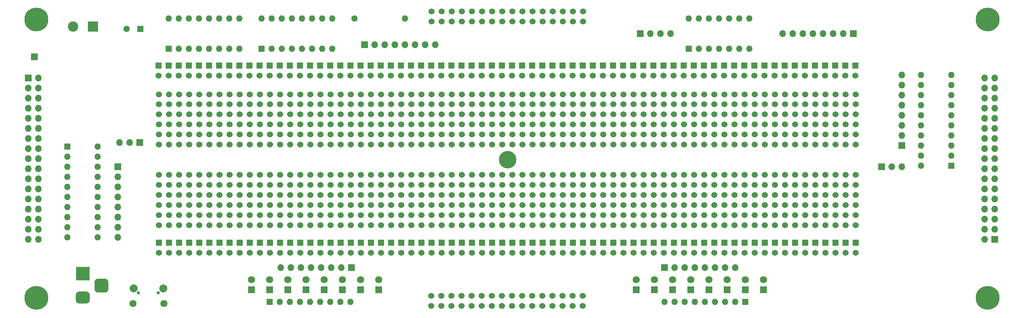
<source format=gbr>
%TF.GenerationSoftware,KiCad,Pcbnew,(5.1.10-1-10_14)*%
%TF.CreationDate,2021-08-24T01:17:35-04:00*%
%TF.ProjectId,breadboard-prototype-register,62726561-6462-46f6-9172-642d70726f74,rev?*%
%TF.SameCoordinates,Original*%
%TF.FileFunction,Soldermask,Bot*%
%TF.FilePolarity,Negative*%
%FSLAX46Y46*%
G04 Gerber Fmt 4.6, Leading zero omitted, Abs format (unit mm)*
G04 Created by KiCad (PCBNEW (5.1.10-1-10_14)) date 2021-08-24 01:17:35*
%MOMM*%
%LPD*%
G01*
G04 APERTURE LIST*
%ADD10O,1.600000X1.600000*%
%ADD11R,1.600000X1.600000*%
%ADD12O,1.700000X1.700000*%
%ADD13R,1.700000X1.700000*%
%ADD14C,1.600000*%
%ADD15C,2.000000*%
%ADD16C,1.800000*%
%ADD17C,0.800000*%
%ADD18R,1.800000X1.800000*%
%ADD19R,1.524000X1.524000*%
%ADD20C,1.524000*%
%ADD21C,4.400000*%
%ADD22C,0.700000*%
%ADD23C,6.000000*%
%ADD24R,2.600000X2.600000*%
%ADD25C,2.600000*%
%ADD26R,3.500000X3.500000*%
G04 APERTURE END LIST*
D10*
%TO.C,U5*%
X195326000Y-62992000D03*
X210566000Y-70612000D03*
X197866000Y-62992000D03*
X208026000Y-70612000D03*
X200406000Y-62992000D03*
X205486000Y-70612000D03*
X202946000Y-62992000D03*
X202946000Y-70612000D03*
X205486000Y-62992000D03*
X200406000Y-70612000D03*
X208026000Y-62992000D03*
X197866000Y-70612000D03*
X210566000Y-62992000D03*
D11*
X195326000Y-70612000D03*
%TD*%
D12*
%TO.C,J18*%
X190754000Y-66802000D03*
X188214000Y-66802000D03*
X185674000Y-66802000D03*
D13*
X183134000Y-66802000D03*
%TD*%
D12*
%TO.C,J13*%
X218948000Y-66802000D03*
X221488000Y-66802000D03*
X224028000Y-66802000D03*
X226568000Y-66802000D03*
X229108000Y-66802000D03*
X231648000Y-66802000D03*
X234188000Y-66802000D03*
D13*
X236728000Y-66802000D03*
%TD*%
%TO.C,J12*%
X30734000Y-72644000D03*
%TD*%
D10*
%TO.C,R29*%
X123952000Y-62992000D03*
D14*
X111252000Y-62992000D03*
%TD*%
D12*
%TO.C,J19*%
X131572000Y-69596000D03*
X129032000Y-69596000D03*
X126492000Y-69596000D03*
X123952000Y-69596000D03*
X121412000Y-69596000D03*
X118872000Y-69596000D03*
X116332000Y-69596000D03*
D13*
X113792000Y-69596000D03*
%TD*%
D10*
%TO.C,U4*%
X64516000Y-62992000D03*
X82296000Y-70612000D03*
X67056000Y-62992000D03*
X79756000Y-70612000D03*
X69596000Y-62992000D03*
X77216000Y-70612000D03*
X72136000Y-62992000D03*
X74676000Y-70612000D03*
X74676000Y-62992000D03*
X72136000Y-70612000D03*
X77216000Y-62992000D03*
X69596000Y-70612000D03*
X79756000Y-62992000D03*
X67056000Y-70612000D03*
X82296000Y-62992000D03*
D11*
X64516000Y-70612000D03*
%TD*%
D10*
%TO.C,U3*%
X87884000Y-62992000D03*
X105664000Y-70612000D03*
X90424000Y-62992000D03*
X103124000Y-70612000D03*
X92964000Y-62992000D03*
X100584000Y-70612000D03*
X95504000Y-62992000D03*
X98044000Y-70612000D03*
X98044000Y-62992000D03*
X95504000Y-70612000D03*
X100584000Y-62992000D03*
X92964000Y-70612000D03*
X103124000Y-62992000D03*
X90424000Y-70612000D03*
X105664000Y-62992000D03*
D11*
X87884000Y-70612000D03*
%TD*%
%TO.C,U1*%
X39072000Y-95200000D03*
D10*
X46692000Y-118060000D03*
X39072000Y-97740000D03*
X46692000Y-115520000D03*
X39072000Y-100280000D03*
X46692000Y-112980000D03*
X39072000Y-102820000D03*
X46692000Y-110440000D03*
X39072000Y-105360000D03*
X46692000Y-107900000D03*
X39072000Y-107900000D03*
X46692000Y-105360000D03*
X39072000Y-110440000D03*
X46692000Y-102820000D03*
X39072000Y-112980000D03*
X46692000Y-100280000D03*
X39072000Y-115520000D03*
X46692000Y-97740000D03*
X39072000Y-118060000D03*
X46692000Y-95200000D03*
%TD*%
D11*
%TO.C,U2*%
X261366000Y-100076000D03*
D10*
X253746000Y-77216000D03*
X261366000Y-97536000D03*
X253746000Y-79756000D03*
X261366000Y-94996000D03*
X253746000Y-82296000D03*
X261366000Y-92456000D03*
X253746000Y-84836000D03*
X261366000Y-89916000D03*
X253746000Y-87376000D03*
X261366000Y-87376000D03*
X253746000Y-89916000D03*
X261366000Y-84836000D03*
X253746000Y-92456000D03*
X261366000Y-82296000D03*
X253746000Y-94996000D03*
X261366000Y-79756000D03*
X253746000Y-97536000D03*
X261366000Y-77216000D03*
X253746000Y-100076000D03*
%TD*%
D15*
%TO.C,J4*%
X55711000Y-130992000D03*
X63161000Y-130992000D03*
D16*
X55561000Y-134792000D03*
X63311000Y-134792000D03*
D17*
X56936000Y-132042000D03*
X61936000Y-132042000D03*
%TD*%
D18*
%TO.C,D37*%
X182118000Y-131318000D03*
D16*
X182118000Y-128778000D03*
%TD*%
D18*
%TO.C,D38*%
X186690000Y-131318000D03*
D16*
X186690000Y-128778000D03*
%TD*%
D18*
%TO.C,D39*%
X191262000Y-131318000D03*
D16*
X191262000Y-128778000D03*
%TD*%
D18*
%TO.C,D40*%
X195834000Y-131318000D03*
D16*
X195834000Y-128778000D03*
%TD*%
D18*
%TO.C,D42*%
X204978000Y-131318000D03*
D16*
X204978000Y-128778000D03*
%TD*%
D18*
%TO.C,D41*%
X200406000Y-131318000D03*
D16*
X200406000Y-128778000D03*
%TD*%
D19*
%TO.C,REF\u002A\u002A*%
X219482000Y-74836000D03*
D20*
X219482000Y-77376000D03*
%TD*%
D19*
%TO.C,REF\u002A\u002A*%
X222022000Y-74836000D03*
D20*
X222022000Y-77376000D03*
%TD*%
D19*
%TO.C,REF\u002A\u002A*%
X224562000Y-74836000D03*
D20*
X224562000Y-77376000D03*
%TD*%
D19*
%TO.C,REF\u002A\u002A*%
X227102000Y-74836000D03*
D20*
X227102000Y-77376000D03*
%TD*%
D19*
%TO.C,REF\u002A\u002A*%
X229642000Y-74836000D03*
D20*
X229642000Y-77376000D03*
%TD*%
D19*
%TO.C,REF\u002A\u002A*%
X232182000Y-74836000D03*
D20*
X232182000Y-77376000D03*
%TD*%
D19*
%TO.C,REF\u002A\u002A*%
X234722000Y-74836000D03*
D20*
X234722000Y-77376000D03*
%TD*%
D19*
%TO.C,REF\u002A\u002A*%
X237262000Y-74836000D03*
D20*
X237262000Y-77376000D03*
%TD*%
D19*
%TO.C,REF\u002A\u002A*%
X62072000Y-119456000D03*
D20*
X62072000Y-121996000D03*
%TD*%
D19*
%TO.C,REF\u002A\u002A*%
X64612000Y-119456000D03*
D20*
X64612000Y-121996000D03*
%TD*%
D19*
%TO.C,REF\u002A\u002A*%
X67152000Y-119456000D03*
D20*
X67152000Y-121996000D03*
%TD*%
D19*
%TO.C,REF\u002A\u002A*%
X69692000Y-119456000D03*
D20*
X69692000Y-121996000D03*
%TD*%
D19*
%TO.C,REF\u002A\u002A*%
X72232000Y-119456000D03*
D20*
X72232000Y-121996000D03*
%TD*%
D19*
%TO.C,REF\u002A\u002A*%
X74772000Y-119456000D03*
D20*
X74772000Y-121996000D03*
%TD*%
D19*
%TO.C,REF\u002A\u002A*%
X77312000Y-119456000D03*
D20*
X77312000Y-121996000D03*
%TD*%
D19*
%TO.C,REF\u002A\u002A*%
X79852000Y-119456000D03*
D20*
X79852000Y-121996000D03*
%TD*%
D19*
%TO.C,REF\u002A\u002A*%
X82392000Y-119456000D03*
D20*
X82392000Y-121996000D03*
%TD*%
D19*
%TO.C,REF\u002A\u002A*%
X84932000Y-119456000D03*
D20*
X84932000Y-121996000D03*
%TD*%
D19*
%TO.C,REF\u002A\u002A*%
X87472000Y-119456000D03*
D20*
X87472000Y-121996000D03*
%TD*%
D19*
%TO.C,REF\u002A\u002A*%
X90012000Y-119456000D03*
D20*
X90012000Y-121996000D03*
%TD*%
D19*
%TO.C,REF\u002A\u002A*%
X92552000Y-119456000D03*
D20*
X92552000Y-121996000D03*
%TD*%
D19*
%TO.C,REF\u002A\u002A*%
X95092000Y-119456000D03*
D20*
X95092000Y-121996000D03*
%TD*%
D19*
%TO.C,REF\u002A\u002A*%
X97632000Y-119456000D03*
D20*
X97632000Y-121996000D03*
%TD*%
D19*
%TO.C,REF\u002A\u002A*%
X100172000Y-119456000D03*
D20*
X100172000Y-121996000D03*
%TD*%
D19*
%TO.C,REF\u002A\u002A*%
X102712000Y-119456000D03*
D20*
X102712000Y-121996000D03*
%TD*%
D19*
%TO.C,REF\u002A\u002A*%
X105252000Y-119456000D03*
D20*
X105252000Y-121996000D03*
%TD*%
D19*
%TO.C,REF\u002A\u002A*%
X107792000Y-119456000D03*
D20*
X107792000Y-121996000D03*
%TD*%
D19*
%TO.C,REF\u002A\u002A*%
X110332000Y-119456000D03*
D20*
X110332000Y-121996000D03*
%TD*%
D19*
%TO.C,REF\u002A\u002A*%
X112872000Y-119456000D03*
D20*
X112872000Y-121996000D03*
%TD*%
D19*
%TO.C,REF\u002A\u002A*%
X115412000Y-119456000D03*
D20*
X115412000Y-121996000D03*
%TD*%
D19*
%TO.C,REF\u002A\u002A*%
X117952000Y-119456000D03*
D20*
X117952000Y-121996000D03*
%TD*%
D19*
%TO.C,REF\u002A\u002A*%
X120492000Y-119456000D03*
D20*
X120492000Y-121996000D03*
%TD*%
D19*
%TO.C,REF\u002A\u002A*%
X123032000Y-119456000D03*
D20*
X123032000Y-121996000D03*
%TD*%
D19*
%TO.C,REF\u002A\u002A*%
X125572000Y-119456000D03*
D20*
X125572000Y-121996000D03*
%TD*%
D19*
%TO.C,REF\u002A\u002A*%
X128112000Y-119456000D03*
D20*
X128112000Y-121996000D03*
%TD*%
D19*
%TO.C,REF\u002A\u002A*%
X130652000Y-119456000D03*
D20*
X130652000Y-121996000D03*
%TD*%
D19*
%TO.C,REF\u002A\u002A*%
X133192000Y-119456000D03*
D20*
X133192000Y-121996000D03*
%TD*%
D19*
%TO.C,REF\u002A\u002A*%
X135732000Y-119456000D03*
D20*
X135732000Y-121996000D03*
%TD*%
D19*
%TO.C,REF\u002A\u002A*%
X138272000Y-119456000D03*
D20*
X138272000Y-121996000D03*
%TD*%
D19*
%TO.C,REF\u002A\u002A*%
X140812000Y-119456000D03*
D20*
X140812000Y-121996000D03*
%TD*%
D19*
%TO.C,REF\u002A\u002A*%
X143352000Y-119456000D03*
D20*
X143352000Y-121996000D03*
%TD*%
D19*
%TO.C,REF\u002A\u002A*%
X145892000Y-119456000D03*
D20*
X145892000Y-121996000D03*
%TD*%
D19*
%TO.C,REF\u002A\u002A*%
X148432000Y-119456000D03*
D20*
X148432000Y-121996000D03*
%TD*%
D19*
%TO.C,REF\u002A\u002A*%
X150972000Y-119456000D03*
D20*
X150972000Y-121996000D03*
%TD*%
D19*
%TO.C,REF\u002A\u002A*%
X153512000Y-119456000D03*
D20*
X153512000Y-121996000D03*
%TD*%
D19*
%TO.C,REF\u002A\u002A*%
X156052000Y-119456000D03*
D20*
X156052000Y-121996000D03*
%TD*%
D19*
%TO.C,REF\u002A\u002A*%
X158592000Y-119456000D03*
D20*
X158592000Y-121996000D03*
%TD*%
D19*
%TO.C,REF\u002A\u002A*%
X161132000Y-119456000D03*
D20*
X161132000Y-121996000D03*
%TD*%
D19*
%TO.C,REF\u002A\u002A*%
X163672000Y-119456000D03*
D20*
X163672000Y-121996000D03*
%TD*%
D19*
%TO.C,REF\u002A\u002A*%
X166212000Y-119456000D03*
D20*
X166212000Y-121996000D03*
%TD*%
D19*
%TO.C,REF\u002A\u002A*%
X168752000Y-119456000D03*
D20*
X168752000Y-121996000D03*
%TD*%
D19*
%TO.C,REF\u002A\u002A*%
X171292000Y-119456000D03*
D20*
X171292000Y-121996000D03*
%TD*%
D19*
%TO.C,REF\u002A\u002A*%
X173832000Y-119456000D03*
D20*
X173832000Y-121996000D03*
%TD*%
D19*
%TO.C,REF\u002A\u002A*%
X176372000Y-119456000D03*
D20*
X176372000Y-121996000D03*
%TD*%
D19*
%TO.C,REF\u002A\u002A*%
X178912000Y-119456000D03*
D20*
X178912000Y-121996000D03*
%TD*%
D19*
%TO.C,REF\u002A\u002A*%
X181452000Y-119456000D03*
D20*
X181452000Y-121996000D03*
%TD*%
D19*
%TO.C,REF\u002A\u002A*%
X183992000Y-119456000D03*
D20*
X183992000Y-121996000D03*
%TD*%
D19*
%TO.C,REF\u002A\u002A*%
X186532000Y-119456000D03*
D20*
X186532000Y-121996000D03*
%TD*%
D19*
%TO.C,REF\u002A\u002A*%
X189072000Y-119456000D03*
D20*
X189072000Y-121996000D03*
%TD*%
D19*
%TO.C,REF\u002A\u002A*%
X191612000Y-119456000D03*
D20*
X191612000Y-121996000D03*
%TD*%
D19*
%TO.C,REF\u002A\u002A*%
X194152000Y-119456000D03*
D20*
X194152000Y-121996000D03*
%TD*%
D19*
%TO.C,REF\u002A\u002A*%
X196692000Y-119456000D03*
D20*
X196692000Y-121996000D03*
%TD*%
D19*
%TO.C,REF\u002A\u002A*%
X199232000Y-119456000D03*
D20*
X199232000Y-121996000D03*
%TD*%
D19*
%TO.C,REF\u002A\u002A*%
X201772000Y-119456000D03*
D20*
X201772000Y-121996000D03*
%TD*%
D19*
%TO.C,REF\u002A\u002A*%
X204312000Y-119456000D03*
D20*
X204312000Y-121996000D03*
%TD*%
D19*
%TO.C,REF\u002A\u002A*%
X206852000Y-119456000D03*
D20*
X206852000Y-121996000D03*
%TD*%
D19*
%TO.C,REF\u002A\u002A*%
X209392000Y-119456000D03*
D20*
X209392000Y-121996000D03*
%TD*%
D19*
%TO.C,REF\u002A\u002A*%
X211932000Y-119456000D03*
D20*
X211932000Y-121996000D03*
%TD*%
D19*
%TO.C,REF\u002A\u002A*%
X214472000Y-119456000D03*
D20*
X214472000Y-121996000D03*
%TD*%
D19*
%TO.C,REF\u002A\u002A*%
X217012000Y-119456000D03*
D20*
X217012000Y-121996000D03*
%TD*%
D19*
%TO.C,REF\u002A\u002A*%
X219552000Y-119456000D03*
D20*
X219552000Y-121996000D03*
%TD*%
D19*
%TO.C,REF\u002A\u002A*%
X222092000Y-119456000D03*
D20*
X222092000Y-121996000D03*
%TD*%
D19*
%TO.C,REF\u002A\u002A*%
X224632000Y-119456000D03*
D20*
X224632000Y-121996000D03*
%TD*%
D19*
%TO.C,REF\u002A\u002A*%
X227172000Y-119456000D03*
D20*
X227172000Y-121996000D03*
%TD*%
D19*
%TO.C,REF\u002A\u002A*%
X229712000Y-119456000D03*
D20*
X229712000Y-121996000D03*
%TD*%
D19*
%TO.C,REF\u002A\u002A*%
X232252000Y-119456000D03*
D20*
X232252000Y-121996000D03*
%TD*%
D19*
%TO.C,REF\u002A\u002A*%
X234792000Y-119456000D03*
D20*
X234792000Y-121996000D03*
%TD*%
D19*
%TO.C,REF\u002A\u002A*%
X237332000Y-119456000D03*
D20*
X237332000Y-121996000D03*
%TD*%
D21*
%TO.C,REF\u002A\u002A*%
X149762000Y-98536000D03*
D22*
X151412000Y-98536000D03*
X150928726Y-99702726D03*
X149762000Y-100186000D03*
X148595274Y-99702726D03*
X148112000Y-98536000D03*
X148595274Y-97369274D03*
X149762000Y-96886000D03*
X150928726Y-97369274D03*
%TD*%
D20*
%TO.C,J14*%
X237322000Y-115026000D03*
X234782000Y-115026000D03*
X232242000Y-115026000D03*
X229702000Y-115026000D03*
X227162000Y-115026000D03*
X224622000Y-115026000D03*
X222082000Y-115026000D03*
X219542000Y-115026000D03*
X217002000Y-115026000D03*
X214462000Y-115026000D03*
X211922000Y-115026000D03*
X209382000Y-115026000D03*
X206842000Y-115026000D03*
X204302000Y-115026000D03*
X201762000Y-115026000D03*
X199222000Y-115026000D03*
X196682000Y-115026000D03*
X194142000Y-115026000D03*
X191602000Y-115026000D03*
X189062000Y-115026000D03*
X186522000Y-115026000D03*
X183982000Y-115026000D03*
X181442000Y-115026000D03*
X178902000Y-115026000D03*
X176362000Y-115026000D03*
X173822000Y-115026000D03*
X171282000Y-115026000D03*
X168742000Y-115026000D03*
X166202000Y-115026000D03*
X163662000Y-115026000D03*
X161122000Y-115026000D03*
X158582000Y-115026000D03*
X156042000Y-115026000D03*
X153502000Y-115026000D03*
X150962000Y-115026000D03*
X148422000Y-115026000D03*
X145882000Y-115026000D03*
X143342000Y-115026000D03*
X140802000Y-115026000D03*
X138262000Y-115026000D03*
X135722000Y-115026000D03*
X133182000Y-115026000D03*
X130642000Y-115026000D03*
X128102000Y-115026000D03*
X125562000Y-115026000D03*
X123022000Y-115026000D03*
X120482000Y-115026000D03*
X117942000Y-115026000D03*
X115402000Y-115026000D03*
X112862000Y-115026000D03*
X110322000Y-115026000D03*
X107782000Y-115026000D03*
X105242000Y-115026000D03*
X102702000Y-115026000D03*
X100162000Y-115026000D03*
X97622000Y-115026000D03*
X95082000Y-115026000D03*
X92542000Y-115026000D03*
X90002000Y-115026000D03*
X87462000Y-115026000D03*
X84922000Y-115026000D03*
X82382000Y-115026000D03*
X79842000Y-115026000D03*
X77302000Y-115026000D03*
X74762000Y-115026000D03*
X72222000Y-115026000D03*
X69682000Y-115026000D03*
X67142000Y-115026000D03*
X64602000Y-115026000D03*
X62062000Y-115026000D03*
X234782000Y-112496000D03*
X217002000Y-112496000D03*
X214462000Y-112496000D03*
X211922000Y-112496000D03*
X97622000Y-112496000D03*
X95082000Y-112496000D03*
X92542000Y-112496000D03*
X90002000Y-112496000D03*
X87462000Y-112496000D03*
X84922000Y-112496000D03*
X82382000Y-112496000D03*
X79842000Y-112496000D03*
X77302000Y-112496000D03*
X74762000Y-112496000D03*
X72222000Y-112496000D03*
X69682000Y-112496000D03*
X67142000Y-112496000D03*
X64602000Y-112496000D03*
X229702000Y-112496000D03*
X209382000Y-112496000D03*
X206842000Y-112496000D03*
X204302000Y-112496000D03*
X201762000Y-112496000D03*
X237322000Y-112496000D03*
X232242000Y-112496000D03*
X145882000Y-112496000D03*
X143342000Y-112496000D03*
X140802000Y-112496000D03*
X138262000Y-112496000D03*
X135722000Y-112496000D03*
X133182000Y-112496000D03*
X130642000Y-112496000D03*
X128102000Y-112496000D03*
X125562000Y-112496000D03*
X123022000Y-112496000D03*
X120482000Y-112496000D03*
X117942000Y-112496000D03*
X115402000Y-112496000D03*
X161122000Y-112496000D03*
X158582000Y-112496000D03*
X156042000Y-112496000D03*
X153502000Y-112496000D03*
X150962000Y-112496000D03*
X148422000Y-112496000D03*
X199222000Y-112496000D03*
X196682000Y-112496000D03*
X194142000Y-112496000D03*
X191602000Y-112496000D03*
X189062000Y-112496000D03*
X186522000Y-112496000D03*
X183982000Y-112496000D03*
X181442000Y-112496000D03*
X178902000Y-112496000D03*
X176362000Y-112496000D03*
X173822000Y-112496000D03*
X171282000Y-112496000D03*
X168742000Y-112496000D03*
X166202000Y-112496000D03*
X163662000Y-112496000D03*
X112862000Y-112496000D03*
X110322000Y-112496000D03*
X107782000Y-112496000D03*
X105242000Y-112496000D03*
X102702000Y-112496000D03*
X100162000Y-112496000D03*
X62062000Y-112496000D03*
X224622000Y-112496000D03*
X227162000Y-112496000D03*
X219542000Y-112496000D03*
X222082000Y-112496000D03*
X148422000Y-109956000D03*
X145882000Y-109956000D03*
X143342000Y-109956000D03*
X173822000Y-109956000D03*
X171282000Y-109956000D03*
X140802000Y-109956000D03*
X138262000Y-109956000D03*
X135722000Y-109956000D03*
X133182000Y-109956000D03*
X130642000Y-109956000D03*
X128102000Y-109956000D03*
X125562000Y-109956000D03*
X123022000Y-109956000D03*
X214462000Y-109956000D03*
X211922000Y-109956000D03*
X209382000Y-109956000D03*
X206842000Y-109956000D03*
X204302000Y-109956000D03*
X201762000Y-109956000D03*
X199222000Y-109956000D03*
X196682000Y-109956000D03*
X237322000Y-109956000D03*
X120482000Y-109956000D03*
X117942000Y-109956000D03*
X115402000Y-109956000D03*
X112862000Y-109956000D03*
X110322000Y-109956000D03*
X107782000Y-109956000D03*
X105242000Y-109956000D03*
X102702000Y-109956000D03*
X100162000Y-109956000D03*
X97622000Y-109956000D03*
X95082000Y-109956000D03*
X92542000Y-109956000D03*
X90002000Y-109956000D03*
X87462000Y-109956000D03*
X84922000Y-109956000D03*
X194142000Y-109956000D03*
X191602000Y-109956000D03*
X189062000Y-109956000D03*
X186522000Y-109956000D03*
X183982000Y-109956000D03*
X181442000Y-109956000D03*
X178902000Y-109956000D03*
X176362000Y-109956000D03*
X168742000Y-109956000D03*
X166202000Y-109956000D03*
X163662000Y-109956000D03*
X161122000Y-109956000D03*
X158582000Y-109956000D03*
X156042000Y-109956000D03*
X153502000Y-109956000D03*
X150962000Y-109956000D03*
X234782000Y-109956000D03*
X232242000Y-109956000D03*
X229702000Y-109956000D03*
X227162000Y-109956000D03*
X224622000Y-109956000D03*
X222082000Y-109956000D03*
X219542000Y-109956000D03*
X217002000Y-109956000D03*
X82382000Y-109956000D03*
X79842000Y-109956000D03*
X77302000Y-109956000D03*
X74762000Y-109956000D03*
X72222000Y-109956000D03*
X69682000Y-109956000D03*
X67142000Y-109956000D03*
X64602000Y-109956000D03*
X62062000Y-109956000D03*
X234782000Y-107426000D03*
X217002000Y-107426000D03*
X214462000Y-107426000D03*
X211922000Y-107426000D03*
X97622000Y-107426000D03*
X95082000Y-107426000D03*
X92542000Y-107426000D03*
X90002000Y-107426000D03*
X87462000Y-107426000D03*
X84922000Y-107426000D03*
X158582000Y-107426000D03*
X156042000Y-107426000D03*
X153502000Y-107426000D03*
X69682000Y-107426000D03*
X67142000Y-107426000D03*
X64602000Y-107426000D03*
X229702000Y-107426000D03*
X209382000Y-107426000D03*
X206842000Y-107426000D03*
X204302000Y-107426000D03*
X201762000Y-107426000D03*
X237322000Y-107426000D03*
X232242000Y-107426000D03*
X145882000Y-107426000D03*
X143342000Y-107426000D03*
X140802000Y-107426000D03*
X138262000Y-107426000D03*
X135722000Y-107426000D03*
X133182000Y-107426000D03*
X130642000Y-107426000D03*
X128102000Y-107426000D03*
X125562000Y-107426000D03*
X123022000Y-107426000D03*
X120482000Y-107426000D03*
X117942000Y-107426000D03*
X115402000Y-107426000D03*
X161122000Y-107426000D03*
X82382000Y-107426000D03*
X79842000Y-107426000D03*
X77302000Y-107426000D03*
X102702000Y-107426000D03*
X100162000Y-107426000D03*
X62062000Y-107426000D03*
X224622000Y-107426000D03*
X227162000Y-107426000D03*
X219542000Y-107426000D03*
X222082000Y-107426000D03*
X150962000Y-107426000D03*
X148422000Y-107426000D03*
X199222000Y-107426000D03*
X196682000Y-107426000D03*
X194142000Y-107426000D03*
X191602000Y-107426000D03*
X189062000Y-107426000D03*
X186522000Y-107426000D03*
X183982000Y-107426000D03*
X181442000Y-107426000D03*
X178902000Y-107426000D03*
X176362000Y-107426000D03*
X173822000Y-107426000D03*
X171282000Y-107426000D03*
X168742000Y-107426000D03*
X166202000Y-107426000D03*
X163662000Y-107426000D03*
X112862000Y-107426000D03*
X110322000Y-107426000D03*
X107782000Y-107426000D03*
X105242000Y-107426000D03*
X74762000Y-107426000D03*
X72222000Y-107426000D03*
X135722000Y-104886000D03*
X171282000Y-104886000D03*
X140802000Y-104886000D03*
X153502000Y-102356000D03*
X69682000Y-102356000D03*
X67142000Y-102356000D03*
X64602000Y-102356000D03*
X229702000Y-102356000D03*
X209382000Y-102356000D03*
X206842000Y-102356000D03*
X204302000Y-102356000D03*
X201762000Y-102356000D03*
X237322000Y-102356000D03*
X232242000Y-102356000D03*
X145882000Y-102356000D03*
X143342000Y-102356000D03*
X140802000Y-102356000D03*
X138262000Y-102356000D03*
X135722000Y-102356000D03*
X133182000Y-102356000D03*
X130642000Y-102356000D03*
X128102000Y-102356000D03*
X125562000Y-102356000D03*
X123022000Y-102356000D03*
X120482000Y-102356000D03*
X117942000Y-102356000D03*
X115402000Y-102356000D03*
X161122000Y-102356000D03*
X82382000Y-102356000D03*
X79842000Y-102356000D03*
X77302000Y-102356000D03*
X102702000Y-102356000D03*
X100162000Y-102356000D03*
X62062000Y-102356000D03*
X224622000Y-102356000D03*
X227162000Y-102356000D03*
X219542000Y-102356000D03*
X222082000Y-102356000D03*
X150962000Y-102356000D03*
X148422000Y-102356000D03*
X199222000Y-102356000D03*
X196682000Y-102356000D03*
X194142000Y-102356000D03*
X191602000Y-102356000D03*
X189062000Y-102356000D03*
X186522000Y-102356000D03*
X183982000Y-102356000D03*
X181442000Y-102356000D03*
X178902000Y-102356000D03*
X176362000Y-102356000D03*
X173822000Y-102356000D03*
X171282000Y-102356000D03*
X168742000Y-102356000D03*
X166202000Y-102356000D03*
X163662000Y-102356000D03*
X112862000Y-102356000D03*
X110322000Y-102356000D03*
X107782000Y-102356000D03*
X105242000Y-102356000D03*
X74762000Y-102356000D03*
X72222000Y-102356000D03*
X143342000Y-104886000D03*
X148422000Y-104886000D03*
X74762000Y-104886000D03*
X72222000Y-104886000D03*
X69682000Y-104886000D03*
X211922000Y-102356000D03*
X97622000Y-102356000D03*
X95082000Y-102356000D03*
X92542000Y-102356000D03*
X90002000Y-102356000D03*
X87462000Y-102356000D03*
X84922000Y-102356000D03*
X67142000Y-104886000D03*
X64602000Y-104886000D03*
X62062000Y-104886000D03*
X234782000Y-102356000D03*
X217002000Y-102356000D03*
X214462000Y-102356000D03*
X110322000Y-104886000D03*
X107782000Y-104886000D03*
X105242000Y-104886000D03*
X102702000Y-104886000D03*
X100162000Y-104886000D03*
X158582000Y-104886000D03*
X156042000Y-104886000D03*
X97622000Y-104886000D03*
X95082000Y-104886000D03*
X92542000Y-104886000D03*
X90002000Y-104886000D03*
X87462000Y-104886000D03*
X84922000Y-104886000D03*
X194142000Y-104886000D03*
X128102000Y-104886000D03*
X125562000Y-104886000D03*
X123022000Y-104886000D03*
X214462000Y-104886000D03*
X211922000Y-104886000D03*
X209382000Y-104886000D03*
X206842000Y-104886000D03*
X204302000Y-104886000D03*
X227162000Y-104886000D03*
X224622000Y-104886000D03*
X222082000Y-104886000D03*
X166202000Y-104886000D03*
X163662000Y-104886000D03*
X161122000Y-104886000D03*
X153502000Y-104886000D03*
X150962000Y-104886000D03*
X234782000Y-104886000D03*
X232242000Y-104886000D03*
X229702000Y-104886000D03*
X201762000Y-104886000D03*
X199222000Y-104886000D03*
X196682000Y-104886000D03*
X237322000Y-104886000D03*
X120482000Y-104886000D03*
X117942000Y-104886000D03*
X115402000Y-104886000D03*
X112862000Y-104886000D03*
X191602000Y-104886000D03*
X189062000Y-104886000D03*
X186522000Y-104886000D03*
X183982000Y-104886000D03*
X181442000Y-104886000D03*
X178902000Y-104886000D03*
X176362000Y-104886000D03*
X168742000Y-104886000D03*
X219542000Y-104886000D03*
X217002000Y-104886000D03*
X82382000Y-104886000D03*
X79842000Y-104886000D03*
X77302000Y-104886000D03*
X158582000Y-102356000D03*
X156042000Y-102356000D03*
X133182000Y-104886000D03*
X130642000Y-104886000D03*
X138262000Y-104886000D03*
X173822000Y-104886000D03*
X145882000Y-104886000D03*
%TD*%
D11*
%TO.C,C1*%
X57452000Y-65596000D03*
D14*
X53952000Y-65596000D03*
%TD*%
D20*
%TO.C,J10*%
X130612000Y-61186000D03*
X133152000Y-61186000D03*
X135692000Y-61186000D03*
X138232000Y-61186000D03*
X140772000Y-61186000D03*
X143312000Y-61186000D03*
X145852000Y-61186000D03*
X148392000Y-61186000D03*
X150932000Y-61186000D03*
X153472000Y-61186000D03*
X156012000Y-61186000D03*
X158552000Y-61186000D03*
X161092000Y-61186000D03*
X163632000Y-61186000D03*
X166172000Y-61186000D03*
X168712000Y-61186000D03*
X130612000Y-63726000D03*
X133152000Y-63726000D03*
X135692000Y-63726000D03*
X138232000Y-63726000D03*
X140772000Y-63726000D03*
X143312000Y-63726000D03*
X145852000Y-63726000D03*
X148392000Y-63726000D03*
X150932000Y-63726000D03*
X153472000Y-63726000D03*
X156012000Y-63726000D03*
X158552000Y-63726000D03*
X161092000Y-63726000D03*
X163632000Y-63726000D03*
X166172000Y-63726000D03*
X168712000Y-63726000D03*
%TD*%
%TO.C,J9*%
X130582000Y-132862000D03*
X133122000Y-132862000D03*
X135662000Y-132862000D03*
X138202000Y-132862000D03*
X140742000Y-132862000D03*
X143282000Y-132862000D03*
X145822000Y-132862000D03*
X148362000Y-132862000D03*
X150902000Y-132862000D03*
X153442000Y-132862000D03*
X155982000Y-132862000D03*
X158522000Y-132862000D03*
X161062000Y-132862000D03*
X163602000Y-132862000D03*
X166142000Y-132862000D03*
X168682000Y-132862000D03*
X130582000Y-135402000D03*
X133122000Y-135402000D03*
X135662000Y-135402000D03*
X138202000Y-135402000D03*
X140742000Y-135402000D03*
X143282000Y-135402000D03*
X145822000Y-135402000D03*
X148362000Y-135402000D03*
X150902000Y-135402000D03*
X153442000Y-135402000D03*
X155982000Y-135402000D03*
X158522000Y-135402000D03*
X161062000Y-135402000D03*
X163602000Y-135402000D03*
X166142000Y-135402000D03*
X168682000Y-135402000D03*
%TD*%
D19*
%TO.C,REF\u002A\u002A*%
X95022000Y-74836000D03*
D20*
X95022000Y-77376000D03*
%TD*%
D19*
%TO.C,REF\u002A\u002A*%
X97562000Y-74836000D03*
D20*
X97562000Y-77376000D03*
%TD*%
D19*
%TO.C,REF\u002A\u002A*%
X100102000Y-74836000D03*
D20*
X100102000Y-77376000D03*
%TD*%
D19*
%TO.C,REF\u002A\u002A*%
X102642000Y-74836000D03*
D20*
X102642000Y-77376000D03*
%TD*%
D19*
%TO.C,REF\u002A\u002A*%
X178842000Y-74836000D03*
D20*
X178842000Y-77376000D03*
%TD*%
D19*
%TO.C,REF\u002A\u002A*%
X181382000Y-74836000D03*
D20*
X181382000Y-77376000D03*
%TD*%
D19*
%TO.C,REF\u002A\u002A*%
X183922000Y-74836000D03*
D20*
X183922000Y-77376000D03*
%TD*%
D19*
%TO.C,REF\u002A\u002A*%
X186462000Y-74836000D03*
D20*
X186462000Y-77376000D03*
%TD*%
D19*
%TO.C,REF\u002A\u002A*%
X189002000Y-74836000D03*
D20*
X189002000Y-77376000D03*
%TD*%
D19*
%TO.C,REF\u002A\u002A*%
X155982000Y-74836000D03*
D20*
X155982000Y-77376000D03*
%TD*%
D19*
%TO.C,REF\u002A\u002A*%
X158522000Y-74836000D03*
D20*
X158522000Y-77376000D03*
%TD*%
D19*
%TO.C,REF\u002A\u002A*%
X161062000Y-74836000D03*
D20*
X161062000Y-77376000D03*
%TD*%
D19*
%TO.C,REF\u002A\u002A*%
X105182000Y-74836000D03*
D20*
X105182000Y-77376000D03*
%TD*%
D19*
%TO.C,REF\u002A\u002A*%
X107722000Y-74836000D03*
D20*
X107722000Y-77376000D03*
%TD*%
D19*
%TO.C,REF\u002A\u002A*%
X110262000Y-74836000D03*
D20*
X110262000Y-77376000D03*
%TD*%
D19*
%TO.C,REF\u002A\u002A*%
X112802000Y-74836000D03*
D20*
X112802000Y-77376000D03*
%TD*%
D19*
%TO.C,REF\u002A\u002A*%
X115342000Y-74836000D03*
D20*
X115342000Y-77376000D03*
%TD*%
D19*
%TO.C,REF\u002A\u002A*%
X117882000Y-74836000D03*
D20*
X117882000Y-77376000D03*
%TD*%
D19*
%TO.C,REF\u002A\u002A*%
X120422000Y-74836000D03*
D20*
X120422000Y-77376000D03*
%TD*%
D19*
%TO.C,REF\u002A\u002A*%
X122962000Y-74836000D03*
D20*
X122962000Y-77376000D03*
%TD*%
D19*
%TO.C,REF\u002A\u002A*%
X125502000Y-74836000D03*
D20*
X125502000Y-77376000D03*
%TD*%
D19*
%TO.C,REF\u002A\u002A*%
X128042000Y-74836000D03*
D20*
X128042000Y-77376000D03*
%TD*%
D19*
%TO.C,REF\u002A\u002A*%
X130582000Y-74836000D03*
D20*
X130582000Y-77376000D03*
%TD*%
D19*
%TO.C,REF\u002A\u002A*%
X133122000Y-74836000D03*
D20*
X133122000Y-77376000D03*
%TD*%
D19*
%TO.C,REF\u002A\u002A*%
X135662000Y-74836000D03*
D20*
X135662000Y-77376000D03*
%TD*%
D19*
%TO.C,REF\u002A\u002A*%
X138202000Y-74836000D03*
D20*
X138202000Y-77376000D03*
%TD*%
D19*
%TO.C,REF\u002A\u002A*%
X140742000Y-74836000D03*
D20*
X140742000Y-77376000D03*
%TD*%
D19*
%TO.C,REF\u002A\u002A*%
X143282000Y-74836000D03*
D20*
X143282000Y-77376000D03*
%TD*%
D19*
%TO.C,REF\u002A\u002A*%
X145822000Y-74836000D03*
D20*
X145822000Y-77376000D03*
%TD*%
D19*
%TO.C,REF\u002A\u002A*%
X148362000Y-74836000D03*
D20*
X148362000Y-77376000D03*
%TD*%
D19*
%TO.C,REF\u002A\u002A*%
X150902000Y-74836000D03*
D20*
X150902000Y-77376000D03*
%TD*%
D19*
%TO.C,REF\u002A\u002A*%
X163602000Y-74836000D03*
D20*
X163602000Y-77376000D03*
%TD*%
D19*
%TO.C,REF\u002A\u002A*%
X166142000Y-74836000D03*
D20*
X166142000Y-77376000D03*
%TD*%
D19*
%TO.C,REF\u002A\u002A*%
X168682000Y-74836000D03*
D20*
X168682000Y-77376000D03*
%TD*%
D19*
%TO.C,REF\u002A\u002A*%
X171222000Y-74836000D03*
D20*
X171222000Y-77376000D03*
%TD*%
D19*
%TO.C,REF\u002A\u002A*%
X173762000Y-74836000D03*
D20*
X173762000Y-77376000D03*
%TD*%
D19*
%TO.C,REF\u002A\u002A*%
X176302000Y-74836000D03*
D20*
X176302000Y-77376000D03*
%TD*%
D19*
%TO.C,REF\u002A\u002A*%
X153442000Y-74836000D03*
D20*
X153442000Y-77376000D03*
%TD*%
D19*
%TO.C,REF\u002A\u002A*%
X201702000Y-74836000D03*
D20*
X201702000Y-77376000D03*
%TD*%
D19*
%TO.C,REF\u002A\u002A*%
X204242000Y-74836000D03*
D20*
X204242000Y-77376000D03*
%TD*%
D19*
%TO.C,REF\u002A\u002A*%
X206782000Y-74836000D03*
D20*
X206782000Y-77376000D03*
%TD*%
D19*
%TO.C,REF\u002A\u002A*%
X209322000Y-74836000D03*
D20*
X209322000Y-77376000D03*
%TD*%
D19*
%TO.C,REF\u002A\u002A*%
X211862000Y-74836000D03*
D20*
X211862000Y-77376000D03*
%TD*%
D19*
%TO.C,REF\u002A\u002A*%
X214402000Y-74836000D03*
D20*
X214402000Y-77376000D03*
%TD*%
D19*
%TO.C,REF\u002A\u002A*%
X216942000Y-74836000D03*
D20*
X216942000Y-77376000D03*
%TD*%
D19*
%TO.C,REF\u002A\u002A*%
X191542000Y-74836000D03*
D20*
X191542000Y-77376000D03*
%TD*%
D19*
%TO.C,REF\u002A\u002A*%
X194082000Y-74836000D03*
D20*
X194082000Y-77376000D03*
%TD*%
D19*
%TO.C,REF\u002A\u002A*%
X196622000Y-74836000D03*
D20*
X196622000Y-77376000D03*
%TD*%
D19*
%TO.C,REF\u002A\u002A*%
X199162000Y-74836000D03*
D20*
X199162000Y-77376000D03*
%TD*%
D11*
%TO.C,RN1*%
X89916000Y-134366000D03*
D10*
X92456000Y-134366000D03*
X94996000Y-134366000D03*
X97536000Y-134366000D03*
X100076000Y-134366000D03*
X102616000Y-134366000D03*
X105156000Y-134366000D03*
X107696000Y-134366000D03*
X110236000Y-134366000D03*
%TD*%
D18*
%TO.C,D36*%
X85344000Y-131318000D03*
D16*
X85344000Y-128778000D03*
%TD*%
D13*
%TO.C,J15*%
X110490000Y-125730000D03*
D12*
X107950000Y-125730000D03*
X105410000Y-125730000D03*
X102870000Y-125730000D03*
X100330000Y-125730000D03*
X97790000Y-125730000D03*
X95250000Y-125730000D03*
X92710000Y-125730000D03*
%TD*%
D18*
%TO.C,D29*%
X117348000Y-131318000D03*
D16*
X117348000Y-128778000D03*
%TD*%
D18*
%TO.C,D30*%
X112776000Y-131318000D03*
D16*
X112776000Y-128778000D03*
%TD*%
D18*
%TO.C,D31*%
X108204000Y-131318000D03*
D16*
X108204000Y-128778000D03*
%TD*%
D18*
%TO.C,D32*%
X103632000Y-131318000D03*
D16*
X103632000Y-128778000D03*
%TD*%
D18*
%TO.C,D33*%
X99060000Y-131318000D03*
D16*
X99060000Y-128778000D03*
%TD*%
D20*
%TO.C,J11*%
X62062000Y-82066000D03*
X64602000Y-82066000D03*
X67142000Y-82066000D03*
X69682000Y-82066000D03*
X72222000Y-82066000D03*
X74762000Y-82066000D03*
X77302000Y-82066000D03*
X79842000Y-82066000D03*
X82382000Y-82066000D03*
X84922000Y-82066000D03*
X87462000Y-82066000D03*
X90002000Y-82066000D03*
X92542000Y-82066000D03*
X95082000Y-82066000D03*
X97622000Y-82066000D03*
X100162000Y-82066000D03*
X102702000Y-82066000D03*
X105242000Y-82066000D03*
X107782000Y-82066000D03*
X110322000Y-82066000D03*
X112862000Y-82066000D03*
X115402000Y-82066000D03*
X117942000Y-82066000D03*
X120482000Y-82066000D03*
X123022000Y-82066000D03*
X125562000Y-82066000D03*
X128102000Y-82066000D03*
X130642000Y-82066000D03*
X133182000Y-82066000D03*
X135722000Y-82066000D03*
X138262000Y-82066000D03*
X140802000Y-82066000D03*
X143342000Y-82066000D03*
X145882000Y-82066000D03*
X148422000Y-82066000D03*
X150962000Y-82066000D03*
X153502000Y-82066000D03*
X156042000Y-82066000D03*
X158582000Y-82066000D03*
X161122000Y-82066000D03*
X163662000Y-82066000D03*
X166202000Y-82066000D03*
X168742000Y-82066000D03*
X171282000Y-82066000D03*
X173822000Y-82066000D03*
X176362000Y-82066000D03*
X178902000Y-82066000D03*
X181442000Y-82066000D03*
X183982000Y-82066000D03*
X186522000Y-82066000D03*
X189062000Y-82066000D03*
X191602000Y-82066000D03*
X194142000Y-82066000D03*
X196682000Y-82066000D03*
X199222000Y-82066000D03*
X201762000Y-82066000D03*
X204302000Y-82066000D03*
X206842000Y-82066000D03*
X209382000Y-82066000D03*
X211922000Y-82066000D03*
X214462000Y-82066000D03*
X217002000Y-82066000D03*
X219542000Y-82066000D03*
X222082000Y-82066000D03*
X224622000Y-82066000D03*
X227162000Y-82066000D03*
X229702000Y-82066000D03*
X232242000Y-82066000D03*
X234782000Y-82066000D03*
X237322000Y-82066000D03*
X64602000Y-84596000D03*
X82382000Y-84596000D03*
X84922000Y-84596000D03*
X87462000Y-84596000D03*
X201762000Y-84596000D03*
X204302000Y-84596000D03*
X206842000Y-84596000D03*
X209382000Y-84596000D03*
X211922000Y-84596000D03*
X214462000Y-84596000D03*
X217002000Y-84596000D03*
X219542000Y-84596000D03*
X222082000Y-84596000D03*
X224622000Y-84596000D03*
X227162000Y-84596000D03*
X229702000Y-84596000D03*
X232242000Y-84596000D03*
X234782000Y-84596000D03*
X69682000Y-84596000D03*
X90002000Y-84596000D03*
X92542000Y-84596000D03*
X95082000Y-84596000D03*
X97622000Y-84596000D03*
X62062000Y-84596000D03*
X67142000Y-84596000D03*
X153502000Y-84596000D03*
X156042000Y-84596000D03*
X158582000Y-84596000D03*
X161122000Y-84596000D03*
X163662000Y-84596000D03*
X166202000Y-84596000D03*
X168742000Y-84596000D03*
X171282000Y-84596000D03*
X173822000Y-84596000D03*
X176362000Y-84596000D03*
X178902000Y-84596000D03*
X181442000Y-84596000D03*
X183982000Y-84596000D03*
X138262000Y-84596000D03*
X140802000Y-84596000D03*
X143342000Y-84596000D03*
X145882000Y-84596000D03*
X148422000Y-84596000D03*
X150962000Y-84596000D03*
X100162000Y-84596000D03*
X102702000Y-84596000D03*
X105242000Y-84596000D03*
X107782000Y-84596000D03*
X110322000Y-84596000D03*
X112862000Y-84596000D03*
X115402000Y-84596000D03*
X117942000Y-84596000D03*
X120482000Y-84596000D03*
X123022000Y-84596000D03*
X125562000Y-84596000D03*
X128102000Y-84596000D03*
X130642000Y-84596000D03*
X133182000Y-84596000D03*
X135722000Y-84596000D03*
X186522000Y-84596000D03*
X189062000Y-84596000D03*
X191602000Y-84596000D03*
X194142000Y-84596000D03*
X196682000Y-84596000D03*
X199222000Y-84596000D03*
X237322000Y-84596000D03*
X74762000Y-84596000D03*
X72222000Y-84596000D03*
X79842000Y-84596000D03*
X77302000Y-84596000D03*
X150962000Y-87136000D03*
X153502000Y-87136000D03*
X156042000Y-87136000D03*
X125562000Y-87136000D03*
X128102000Y-87136000D03*
X158582000Y-87136000D03*
X161122000Y-87136000D03*
X163662000Y-87136000D03*
X166202000Y-87136000D03*
X168742000Y-87136000D03*
X171282000Y-87136000D03*
X173822000Y-87136000D03*
X176362000Y-87136000D03*
X84922000Y-87136000D03*
X87462000Y-87136000D03*
X90002000Y-87136000D03*
X92542000Y-87136000D03*
X95082000Y-87136000D03*
X97622000Y-87136000D03*
X100162000Y-87136000D03*
X102702000Y-87136000D03*
X62062000Y-87136000D03*
X178902000Y-87136000D03*
X181442000Y-87136000D03*
X183982000Y-87136000D03*
X186522000Y-87136000D03*
X189062000Y-87136000D03*
X191602000Y-87136000D03*
X194142000Y-87136000D03*
X196682000Y-87136000D03*
X199222000Y-87136000D03*
X201762000Y-87136000D03*
X204302000Y-87136000D03*
X206842000Y-87136000D03*
X209382000Y-87136000D03*
X211922000Y-87136000D03*
X214462000Y-87136000D03*
X105242000Y-87136000D03*
X107782000Y-87136000D03*
X110322000Y-87136000D03*
X112862000Y-87136000D03*
X115402000Y-87136000D03*
X117942000Y-87136000D03*
X120482000Y-87136000D03*
X123022000Y-87136000D03*
X130642000Y-87136000D03*
X133182000Y-87136000D03*
X135722000Y-87136000D03*
X138262000Y-87136000D03*
X140802000Y-87136000D03*
X143342000Y-87136000D03*
X145882000Y-87136000D03*
X148422000Y-87136000D03*
X64602000Y-87136000D03*
X67142000Y-87136000D03*
X69682000Y-87136000D03*
X72222000Y-87136000D03*
X74762000Y-87136000D03*
X77302000Y-87136000D03*
X79842000Y-87136000D03*
X82382000Y-87136000D03*
X217002000Y-87136000D03*
X219542000Y-87136000D03*
X222082000Y-87136000D03*
X224622000Y-87136000D03*
X227162000Y-87136000D03*
X229702000Y-87136000D03*
X232242000Y-87136000D03*
X234782000Y-87136000D03*
X237322000Y-87136000D03*
X64602000Y-89666000D03*
X82382000Y-89666000D03*
X84922000Y-89666000D03*
X87462000Y-89666000D03*
X201762000Y-89666000D03*
X204302000Y-89666000D03*
X206842000Y-89666000D03*
X209382000Y-89666000D03*
X211922000Y-89666000D03*
X214462000Y-89666000D03*
X140802000Y-89666000D03*
X143342000Y-89666000D03*
X145882000Y-89666000D03*
X229702000Y-89666000D03*
X232242000Y-89666000D03*
X234782000Y-89666000D03*
X69682000Y-89666000D03*
X90002000Y-89666000D03*
X92542000Y-89666000D03*
X95082000Y-89666000D03*
X97622000Y-89666000D03*
X62062000Y-89666000D03*
X67142000Y-89666000D03*
X153502000Y-89666000D03*
X156042000Y-89666000D03*
X158582000Y-89666000D03*
X161122000Y-89666000D03*
X163662000Y-89666000D03*
X166202000Y-89666000D03*
X168742000Y-89666000D03*
X171282000Y-89666000D03*
X173822000Y-89666000D03*
X176362000Y-89666000D03*
X178902000Y-89666000D03*
X181442000Y-89666000D03*
X183982000Y-89666000D03*
X138262000Y-89666000D03*
X217002000Y-89666000D03*
X219542000Y-89666000D03*
X222082000Y-89666000D03*
X196682000Y-89666000D03*
X199222000Y-89666000D03*
X237322000Y-89666000D03*
X74762000Y-89666000D03*
X72222000Y-89666000D03*
X79842000Y-89666000D03*
X77302000Y-89666000D03*
X148422000Y-89666000D03*
X150962000Y-89666000D03*
X100162000Y-89666000D03*
X102702000Y-89666000D03*
X105242000Y-89666000D03*
X107782000Y-89666000D03*
X110322000Y-89666000D03*
X112862000Y-89666000D03*
X115402000Y-89666000D03*
X117942000Y-89666000D03*
X120482000Y-89666000D03*
X123022000Y-89666000D03*
X125562000Y-89666000D03*
X128102000Y-89666000D03*
X130642000Y-89666000D03*
X133182000Y-89666000D03*
X135722000Y-89666000D03*
X186522000Y-89666000D03*
X189062000Y-89666000D03*
X191602000Y-89666000D03*
X194142000Y-89666000D03*
X224622000Y-89666000D03*
X227162000Y-89666000D03*
X163662000Y-92206000D03*
X128102000Y-92206000D03*
X158582000Y-92206000D03*
X145882000Y-94736000D03*
X229702000Y-94736000D03*
X232242000Y-94736000D03*
X234782000Y-94736000D03*
X69682000Y-94736000D03*
X90002000Y-94736000D03*
X92542000Y-94736000D03*
X95082000Y-94736000D03*
X97622000Y-94736000D03*
X62062000Y-94736000D03*
X67142000Y-94736000D03*
X153502000Y-94736000D03*
X156042000Y-94736000D03*
X158582000Y-94736000D03*
X161122000Y-94736000D03*
X163662000Y-94736000D03*
X166202000Y-94736000D03*
X168742000Y-94736000D03*
X171282000Y-94736000D03*
X173822000Y-94736000D03*
X176362000Y-94736000D03*
X178902000Y-94736000D03*
X181442000Y-94736000D03*
X183982000Y-94736000D03*
X138262000Y-94736000D03*
X217002000Y-94736000D03*
X219542000Y-94736000D03*
X222082000Y-94736000D03*
X196682000Y-94736000D03*
X199222000Y-94736000D03*
X237322000Y-94736000D03*
X74762000Y-94736000D03*
X72222000Y-94736000D03*
X79842000Y-94736000D03*
X77302000Y-94736000D03*
X148422000Y-94736000D03*
X150962000Y-94736000D03*
X100162000Y-94736000D03*
X102702000Y-94736000D03*
X105242000Y-94736000D03*
X107782000Y-94736000D03*
X110322000Y-94736000D03*
X112862000Y-94736000D03*
X115402000Y-94736000D03*
X117942000Y-94736000D03*
X120482000Y-94736000D03*
X123022000Y-94736000D03*
X125562000Y-94736000D03*
X128102000Y-94736000D03*
X130642000Y-94736000D03*
X133182000Y-94736000D03*
X135722000Y-94736000D03*
X186522000Y-94736000D03*
X189062000Y-94736000D03*
X191602000Y-94736000D03*
X194142000Y-94736000D03*
X224622000Y-94736000D03*
X227162000Y-94736000D03*
X156042000Y-92206000D03*
X150962000Y-92206000D03*
X224622000Y-92206000D03*
X227162000Y-92206000D03*
X229702000Y-92206000D03*
X87462000Y-94736000D03*
X201762000Y-94736000D03*
X204302000Y-94736000D03*
X206842000Y-94736000D03*
X209382000Y-94736000D03*
X211922000Y-94736000D03*
X214462000Y-94736000D03*
X232242000Y-92206000D03*
X234782000Y-92206000D03*
X237322000Y-92206000D03*
X64602000Y-94736000D03*
X82382000Y-94736000D03*
X84922000Y-94736000D03*
X189062000Y-92206000D03*
X191602000Y-92206000D03*
X194142000Y-92206000D03*
X196682000Y-92206000D03*
X199222000Y-92206000D03*
X140802000Y-92206000D03*
X143342000Y-92206000D03*
X201762000Y-92206000D03*
X204302000Y-92206000D03*
X206842000Y-92206000D03*
X209382000Y-92206000D03*
X211922000Y-92206000D03*
X214462000Y-92206000D03*
X105242000Y-92206000D03*
X171282000Y-92206000D03*
X173822000Y-92206000D03*
X176362000Y-92206000D03*
X84922000Y-92206000D03*
X87462000Y-92206000D03*
X90002000Y-92206000D03*
X92542000Y-92206000D03*
X95082000Y-92206000D03*
X72222000Y-92206000D03*
X74762000Y-92206000D03*
X77302000Y-92206000D03*
X133182000Y-92206000D03*
X135722000Y-92206000D03*
X138262000Y-92206000D03*
X145882000Y-92206000D03*
X148422000Y-92206000D03*
X64602000Y-92206000D03*
X67142000Y-92206000D03*
X69682000Y-92206000D03*
X97622000Y-92206000D03*
X100162000Y-92206000D03*
X102702000Y-92206000D03*
X62062000Y-92206000D03*
X178902000Y-92206000D03*
X181442000Y-92206000D03*
X183982000Y-92206000D03*
X186522000Y-92206000D03*
X107782000Y-92206000D03*
X110322000Y-92206000D03*
X112862000Y-92206000D03*
X115402000Y-92206000D03*
X117942000Y-92206000D03*
X120482000Y-92206000D03*
X123022000Y-92206000D03*
X130642000Y-92206000D03*
X79842000Y-92206000D03*
X82382000Y-92206000D03*
X217002000Y-92206000D03*
X219542000Y-92206000D03*
X222082000Y-92206000D03*
X140802000Y-94736000D03*
X143342000Y-94736000D03*
X166202000Y-92206000D03*
X168742000Y-92206000D03*
X161122000Y-92206000D03*
X125562000Y-92206000D03*
X153502000Y-92206000D03*
%TD*%
D18*
%TO.C,D34*%
X94488000Y-131318000D03*
D16*
X94488000Y-128778000D03*
%TD*%
D18*
%TO.C,D35*%
X89916000Y-131318000D03*
D16*
X89916000Y-128778000D03*
%TD*%
D13*
%TO.C,J3*%
X51772000Y-100280000D03*
D12*
X51772000Y-102820000D03*
X51772000Y-105360000D03*
X51772000Y-107900000D03*
X51772000Y-110440000D03*
X51772000Y-112980000D03*
X51772000Y-115520000D03*
X51772000Y-118060000D03*
%TD*%
D13*
%TO.C,J2*%
X57228000Y-94174000D03*
D12*
X54688000Y-94174000D03*
X52148000Y-94174000D03*
%TD*%
D13*
%TO.C,J1*%
X29210000Y-77978000D03*
D12*
X31750000Y-77978000D03*
X29210000Y-80518000D03*
X31750000Y-80518000D03*
X29210000Y-83058000D03*
X31750000Y-83058000D03*
X29210000Y-85598000D03*
X31750000Y-85598000D03*
X29210000Y-88138000D03*
X31750000Y-88138000D03*
X29210000Y-90678000D03*
X31750000Y-90678000D03*
X29210000Y-93218000D03*
X31750000Y-93218000D03*
X29210000Y-95758000D03*
X31750000Y-95758000D03*
X29210000Y-98298000D03*
X31750000Y-98298000D03*
X29210000Y-100838000D03*
X31750000Y-100838000D03*
X29210000Y-103378000D03*
X31750000Y-103378000D03*
X29210000Y-105918000D03*
X31750000Y-105918000D03*
X29210000Y-108458000D03*
X31750000Y-108458000D03*
X29210000Y-110998000D03*
X31750000Y-110998000D03*
X29210000Y-113538000D03*
X31750000Y-113538000D03*
X29210000Y-116078000D03*
X31750000Y-116078000D03*
X29210000Y-118618000D03*
X31750000Y-118618000D03*
%TD*%
D23*
%TO.C,REF\u002A\u002A*%
X31242000Y-63246000D03*
D17*
X33492000Y-63246000D03*
X32832990Y-64836990D03*
X31242000Y-65496000D03*
X29651010Y-64836990D03*
X28992000Y-63246000D03*
X29651010Y-61655010D03*
X31242000Y-60996000D03*
X32832990Y-61655010D03*
%TD*%
D23*
%TO.C,REF\u002A\u002A*%
X31242000Y-133350000D03*
D17*
X33492000Y-133350000D03*
X32832990Y-134940990D03*
X31242000Y-135600000D03*
X29651010Y-134940990D03*
X28992000Y-133350000D03*
X29651010Y-131759010D03*
X31242000Y-131100000D03*
X32832990Y-131759010D03*
%TD*%
D24*
%TO.C,J5*%
X45466000Y-65024000D03*
D25*
X40466000Y-65024000D03*
%TD*%
D13*
%TO.C,J6*%
X272288000Y-118618000D03*
D12*
X269748000Y-118618000D03*
X272288000Y-116078000D03*
X269748000Y-116078000D03*
X272288000Y-113538000D03*
X269748000Y-113538000D03*
X272288000Y-110998000D03*
X269748000Y-110998000D03*
X272288000Y-108458000D03*
X269748000Y-108458000D03*
X272288000Y-105918000D03*
X269748000Y-105918000D03*
X272288000Y-103378000D03*
X269748000Y-103378000D03*
X272288000Y-100838000D03*
X269748000Y-100838000D03*
X272288000Y-98298000D03*
X269748000Y-98298000D03*
X272288000Y-95758000D03*
X269748000Y-95758000D03*
X272288000Y-93218000D03*
X269748000Y-93218000D03*
X272288000Y-90678000D03*
X269748000Y-90678000D03*
X272288000Y-88138000D03*
X269748000Y-88138000D03*
X272288000Y-85598000D03*
X269748000Y-85598000D03*
X272288000Y-83058000D03*
X269748000Y-83058000D03*
X272288000Y-80518000D03*
X269748000Y-80518000D03*
X272288000Y-77978000D03*
X269748000Y-77978000D03*
%TD*%
D13*
%TO.C,J7*%
X243840000Y-100330000D03*
D12*
X246380000Y-100330000D03*
X248920000Y-100330000D03*
%TD*%
D13*
%TO.C,J8*%
X248920000Y-94996000D03*
D12*
X248920000Y-92456000D03*
X248920000Y-89916000D03*
X248920000Y-87376000D03*
X248920000Y-84836000D03*
X248920000Y-82296000D03*
X248920000Y-79756000D03*
X248920000Y-77216000D03*
%TD*%
D23*
%TO.C,REF\u002A\u002A*%
X270510000Y-63246000D03*
D17*
X272760000Y-63246000D03*
X272100990Y-64836990D03*
X270510000Y-65496000D03*
X268919010Y-64836990D03*
X268260000Y-63246000D03*
X268919010Y-61655010D03*
X270510000Y-60996000D03*
X272100990Y-61655010D03*
%TD*%
D23*
%TO.C,REF\u002A\u002A*%
X270510000Y-133350000D03*
D17*
X272760000Y-133350000D03*
X272100990Y-134940990D03*
X270510000Y-135600000D03*
X268919010Y-134940990D03*
X268260000Y-133350000D03*
X268919010Y-131759010D03*
X270510000Y-131100000D03*
X272100990Y-131759010D03*
%TD*%
D19*
%TO.C,REF\u002A\u002A*%
X62002000Y-74836000D03*
D20*
X62002000Y-77376000D03*
%TD*%
D19*
%TO.C,REF\u002A\u002A*%
X64542000Y-74836000D03*
D20*
X64542000Y-77376000D03*
%TD*%
D19*
%TO.C,REF\u002A\u002A*%
X67082000Y-74836000D03*
D20*
X67082000Y-77376000D03*
%TD*%
D19*
%TO.C,REF\u002A\u002A*%
X69622000Y-74836000D03*
D20*
X69622000Y-77376000D03*
%TD*%
D19*
%TO.C,REF\u002A\u002A*%
X72162000Y-74836000D03*
D20*
X72162000Y-77376000D03*
%TD*%
D19*
%TO.C,REF\u002A\u002A*%
X74702000Y-74836000D03*
D20*
X74702000Y-77376000D03*
%TD*%
D19*
%TO.C,REF\u002A\u002A*%
X77242000Y-74836000D03*
D20*
X77242000Y-77376000D03*
%TD*%
D19*
%TO.C,REF\u002A\u002A*%
X79782000Y-74836000D03*
D20*
X79782000Y-77376000D03*
%TD*%
D19*
%TO.C,REF\u002A\u002A*%
X82322000Y-74836000D03*
D20*
X82322000Y-77376000D03*
%TD*%
D19*
%TO.C,REF\u002A\u002A*%
X84862000Y-74836000D03*
D20*
X84862000Y-77376000D03*
%TD*%
D19*
%TO.C,REF\u002A\u002A*%
X87402000Y-74836000D03*
D20*
X87402000Y-77376000D03*
%TD*%
D19*
%TO.C,REF\u002A\u002A*%
X89942000Y-74836000D03*
D20*
X89942000Y-77376000D03*
%TD*%
D19*
%TO.C,REF\u002A\u002A*%
X92482000Y-74836000D03*
D20*
X92482000Y-77376000D03*
%TD*%
D26*
%TO.C,J17*%
X42926000Y-127254000D03*
G36*
G01*
X43926000Y-134754000D02*
X41926000Y-134754000D01*
G75*
G02*
X41176000Y-134004000I0J750000D01*
G01*
X41176000Y-132504000D01*
G75*
G02*
X41926000Y-131754000I750000J0D01*
G01*
X43926000Y-131754000D01*
G75*
G02*
X44676000Y-132504000I0J-750000D01*
G01*
X44676000Y-134004000D01*
G75*
G02*
X43926000Y-134754000I-750000J0D01*
G01*
G37*
G36*
G01*
X48501000Y-132004000D02*
X46751000Y-132004000D01*
G75*
G02*
X45876000Y-131129000I0J875000D01*
G01*
X45876000Y-129379000D01*
G75*
G02*
X46751000Y-128504000I875000J0D01*
G01*
X48501000Y-128504000D01*
G75*
G02*
X49376000Y-129379000I0J-875000D01*
G01*
X49376000Y-131129000D01*
G75*
G02*
X48501000Y-132004000I-875000J0D01*
G01*
G37*
%TD*%
D11*
%TO.C,RN2*%
X209550000Y-134366000D03*
D10*
X207010000Y-134366000D03*
X204470000Y-134366000D03*
X201930000Y-134366000D03*
X199390000Y-134366000D03*
X196850000Y-134366000D03*
X194310000Y-134366000D03*
X191770000Y-134366000D03*
X189230000Y-134366000D03*
%TD*%
D18*
%TO.C,D43*%
X209550000Y-131318000D03*
D16*
X209550000Y-128778000D03*
%TD*%
D18*
%TO.C,D44*%
X214122000Y-131318000D03*
D16*
X214122000Y-128778000D03*
%TD*%
D13*
%TO.C,J16*%
X189230000Y-125730000D03*
D12*
X191770000Y-125730000D03*
X194310000Y-125730000D03*
X196850000Y-125730000D03*
X199390000Y-125730000D03*
X201930000Y-125730000D03*
X204470000Y-125730000D03*
X207010000Y-125730000D03*
%TD*%
M02*

</source>
